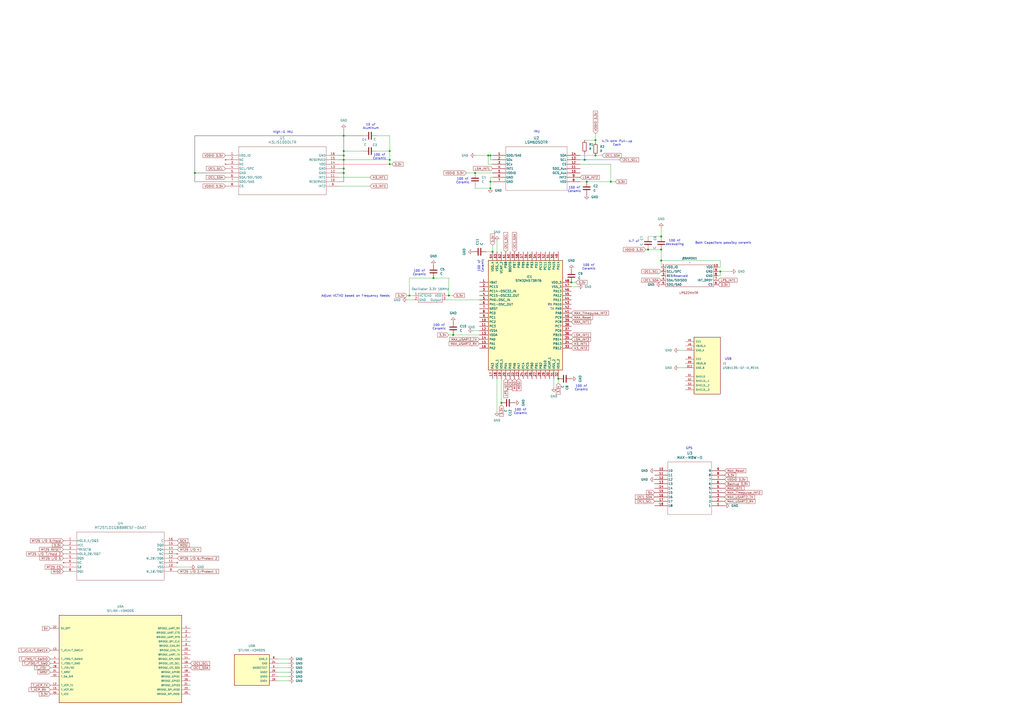
<source format=kicad_sch>
(kicad_sch (version 20250114) (generator "eeschema") (generator_version "9.0")
  (paper "A2")
  (lib_symbols
    (symbol "Device:C" (pin_numbers (hide yes)) (pin_names (offset 0.254))
      (property "Reference" "C" (at 0.635 2.54 0))
      (property "Value" "C" (at 0.635 -2.54 0))
      (symbol "C_0_1"
        (polyline (pts (xy -2.032 0.762) (xy 2.032 0.762)) (stroke (width 0.508)))
        (polyline (pts (xy -2.032 -0.762) (xy 2.032 -0.762)) (stroke (width 0.508)))
      )
      (symbol "C_1_1"
        (pin passive line (at 0 3.81 270) (length 2.794) (name "~") (number "1"))
        (pin passive line (at 0 -3.81 90) (length 2.794) (name "~") (number "2"))
      )
    )
    (symbol "Device:R" (pin_numbers (hide yes)) (pin_names (offset 0))
      (property "Reference" "R" (at 2.032 0 90))
      (property "Value" "R" (at 0 0 90))
      (symbol "R_0_1"
        (rectangle (start -1.016 -2.54) (end 1.016 2.54) (stroke (width 0.254)))
      )
      (symbol "R_1_1"
        (pin passive line (at 0 3.81 270) (length 1.27) (name "~") (number "1"))
        (pin passive line (at 0 -3.81 90) (length 1.27) (name "~") (number "2"))
      )
    )
    (symbol "Rocket Club 2025 Parts Symbols_Including_Full_Stm32:BARO_LPS22HHTR" (power) (in_bom no) (on_board no)
      (property "Reference" "BARO" (at 9.398 2.032 0))
      (symbol "BARO_LPS22HHTR_0_1"
        (rectangle (start -3.81 -2.54) (end 24.13 -15.24))
      )
      (symbol "BARO_LPS22HHTR_1_1"
        (text "LPS22HHTR" (at 9.652 -18.796 0) (effects (font (size 1.27 1.27))))
        (pin input line (at -6.35 -3.81 0) (length 2.54) (name "VDD_IO") (number "1"))
        (pin input line (at -6.35 -6.35 0) (length 2.54) (name "SCL/SPC") (number "2"))
        (pin input line (at -6.35 -8.89 0) (length 2.54) (name "RES") (number "3"))
        (pin bidirectional line (at -6.35 -11.43 0) (length 2.54) (name "SDA/SDISDO") (number "4"))
        (pin bidirectional line (at -6.35 -13.97 0) (length 2.54) (name "SDO/SA0") (number "5"))
        (pin input line (at 26.67 -3.81 180) (length 2.54) (name "VDD") (number "10"))
        (pin input line (at 26.67 -6.35 180) (length 2.54) (name "GND") (number "9"))
        (pin input line (at 26.67 -8.89 180) (length 2.54) (name "GND") (number "8"))
        (pin output line (at 26.67 -11.43 180) (length 2.54) (name "INT_DRDY") (number "7"))
        (pin input line (at 26.67 -13.97 180) (length 2.54) (name "CS") (number "6"))
      )
    )
    (symbol "Rocket Club 2025 Parts Symbols_Including_Full_Stm32:H3LIS100DLTR" (pin_names (offset 0.254))
      (property "Reference" "U" (at 33.02 10.16 0))
      (property "Value" "H3LIS100DLTR" (at 33.02 7.62 0))
      (symbol "H3LIS100DLTR_0_1"
        (polyline (pts (xy 7.62 5.08) (xy 7.62 -22.86)) (stroke (width 0.127)))
        (polyline (pts (xy 7.62 -22.86) (xy 58.42 -22.86)) (stroke (width 0.127)))
        (polyline (pts (xy 58.42 5.08) (xy 7.62 5.08)) (stroke (width 0.127)))
        (polyline (pts (xy 58.42 -22.86) (xy 58.42 5.08)) (stroke (width 0.127)))
        (pin power_in line (at 0 0 0) (length 7.62) (name "VDD_IO") (number "1"))
        (pin no_connect line (at 0 -2.54 0) (length 7.62) (name "NC") (number "2"))
        (pin no_connect line (at 0 -5.08 0) (length 7.62) (name "NC") (number "3"))
        (pin bidirectional line (at 0 -7.62 0) (length 7.62) (name "SCL/SPC") (number "4"))
        (pin power_in line (at 0 -10.16 0) (length 7.62) (name "GND") (number "5"))
        (pin bidirectional line (at 0 -12.7 0) (length 7.62) (name "SDA/SDI/SDO") (number "6"))
        (pin bidirectional line (at 0 -15.24 0) (length 7.62) (name "SDO/SA0") (number "7"))
        (pin bidirectional line (at 0 -17.78 0) (length 7.62) (name "CS") (number "8"))
        (pin power_in line (at 66.04 0 180) (length 7.62) (name "GND") (number "16"))
        (pin unspecified line (at 66.04 -2.54 180) (length 7.62) (name "RESERVED") (number "15"))
        (pin power_in line (at 66.04 -5.08 180) (length 7.62) (name "VDD") (number "14"))
        (pin power_in line (at 66.04 -7.62 180) (length 7.62) (name "GND") (number "13"))
        (pin power_in line (at 66.04 -10.16 180) (length 7.62) (name "GND") (number "12"))
        (pin bidirectional line (at 66.04 -12.7 180) (length 7.62) (name "INT1") (number "11"))
        (pin unspecified line (at 66.04 -15.24 180) (length 7.62) (name "RESERVED") (number "10"))
        (pin bidirectional line (at 66.04 -17.78 180) (length 7.62) (name "INT2") (number "9"))
      )
    )
    (symbol "Rocket Club 2025 Parts Symbols_Including_Full_Stm32:LSM6DSOTR" (pin_names (offset 0.254))
      (property "Reference" "U" (at 25.4 10.16 0))
      (property "Value" "LSM6DSOTR" (at 25.4 7.62 0))
      (symbol "LSM6DSOTR_0_1"
        (polyline (pts (xy 7.62 5.08) (xy 7.62 -20.32)) (stroke (width 0.127)))
        (polyline (pts (xy 7.62 -20.32) (xy 43.18 -20.32)) (stroke (width 0.127)))
        (polyline (pts (xy 43.18 5.08) (xy 7.62 5.08)) (stroke (width 0.127)))
        (polyline (pts (xy 43.18 -20.32) (xy 43.18 5.08)) (stroke (width 0.127)))
        (pin bidirectional line (at 0 0 0) (length 7.62) (name "SDO/SA0") (number "1"))
        (pin bidirectional line (at 0 -2.54 0) (length 7.62) (name "SDx") (number "2"))
        (pin bidirectional line (at 0 -5.08 0) (length 7.62) (name "SCx") (number "3"))
        (pin output line (at 0 -7.62 0) (length 7.62) (name "INT1") (number "4"))
        (pin power_in line (at 0 -10.16 0) (length 7.62) (name "VDDIO") (number "5"))
        (pin power_out line (at 0 -12.7 0) (length 7.62) (name "GND") (number "6"))
        (pin power_out line (at 0 -15.24 0) (length 7.62) (name "GND") (number "7"))
        (pin bidirectional line (at 50.8 0 180) (length 7.62) (name "SDA") (number "14"))
        (pin input line (at 50.8 -2.54 180) (length 7.62) (name "SCL") (number "13"))
        (pin input line (at 50.8 -5.08 180) (length 7.62) (name "CS") (number "12"))
        (pin bidirectional line (at 50.8 -7.62 180) (length 7.62) (name "SDO_Aux") (number "11"))
        (pin bidirectional line (at 50.8 -10.16 180) (length 7.62) (name "OCS_Aux") (number "10"))
        (pin output line (at 50.8 -12.7 180) (length 7.62) (name "INT2") (number "9"))
        (pin power_in line (at 50.8 -15.24 180) (length 7.62) (name "VDD") (number "8"))
      )
    )
    (symbol "Rocket Club 2025 Parts Symbols_Including_Full_Stm32:MAX-M8W-0" (pin_names (offset 0.254))
      (property "Reference" "U" (at 20.32 10.16 0))
      (property "Value" "MAX-M8W-0" (at 20.32 7.62 0))
      (symbol "MAX-M8W-0_0_1"
        (polyline (pts (xy 7.62 5.08) (xy 7.62 -25.4)) (stroke (width 0.127)))
        (polyline (pts (xy 7.62 -25.4) (xy 33.02 -25.4)) (stroke (width 0.127)))
        (polyline (pts (xy 33.02 5.08) (xy 7.62 5.08)) (stroke (width 0.127)))
        (polyline (pts (xy 33.02 -25.4) (xy 33.02 5.08)) (stroke (width 0.127)))
        (pin unspecified line (at 0 0 0) (length 7.62) (name "1") (number "1"))
        (pin unspecified line (at 0 -2.54 0) (length 7.62) (name "2") (number "2"))
        (pin unspecified line (at 0 -5.08 0) (length 7.62) (name "3") (number "3"))
        (pin unspecified line (at 0 -7.62 0) (length 7.62) (name "4") (number "4"))
        (pin unspecified line (at 0 -10.16 0) (length 7.62) (name "5") (number "5"))
        (pin unspecified line (at 0 -12.7 0) (length 7.62) (name "6") (number "6"))
        (pin unspecified line (at 0 -15.24 0) (length 7.62) (name "7") (number "7"))
        (pin unspecified line (at 0 -17.78 0) (length 7.62) (name "8") (number "8"))
        (pin unspecified line (at 0 -20.32 0) (length 7.62) (name "9") (number "9"))
        (pin unspecified line (at 40.64 0 180) (length 7.62) (name "18") (number "18"))
        (pin unspecified line (at 40.64 -2.54 180) (length 7.62) (name "17") (number "17"))
        (pin unspecified line (at 40.64 -5.08 180) (length 7.62) (name "16") (number "16"))
        (pin unspecified line (at 40.64 -7.62 180) (length 7.62) (name "15") (number "15"))
        (pin unspecified line (at 40.64 -10.16 180) (length 7.62) (name "14") (number "14"))
        (pin unspecified line (at 40.64 -12.7 180) (length 7.62) (name "13") (number "13"))
        (pin unspecified line (at 40.64 -15.24 180) (length 7.62) (name "12") (number "12"))
        (pin unspecified line (at 40.64 -17.78 180) (length 7.62) (name "11") (number "11"))
        (pin unspecified line (at 40.64 -20.32 180) (length 7.62) (name "10") (number "10"))
      )
    )
    (symbol "Rocket Club 2025 Parts Symbols_Including_Full_Stm32:MT25TL01GBBB8ESF-0AAT" (pin_names (offset 0.254))
      (property "Reference" "U" (at 33.02 10.16 0))
      (property "Value" "MT25TL01GBBB8ESF-0AAT" (at 33.02 7.62 0))
      (symbol "MT25TL01GBBB8ESF-0AAT_0_1"
        (polyline (pts (xy 7.62 5.08) (xy 7.62 -22.86)) (stroke (width 0.127)))
        (polyline (pts (xy 7.62 -22.86) (xy 58.42 -22.86)) (stroke (width 0.127)))
        (polyline (pts (xy 58.42 5.08) (xy 7.62 5.08)) (stroke (width 0.127)))
        (polyline (pts (xy 58.42 -22.86) (xy 58.42 5.08)) (stroke (width 0.127)))
        (pin bidirectional line (at 0 0 0) (length 7.62) (name "HOLD_1/DQ3") (number "1"))
        (pin power_in line (at 0 -2.54 0) (length 7.62) (name "VCC") (number "2"))
        (pin input line (at 0 -5.08 0) (length 7.62) (name "*RESET#") (number "3"))
        (pin bidirectional line (at 0 -7.62 0) (length 7.62) (name "HOLD_2#/DQ7") (number "4"))
        (pin bidirectional line (at 0 -10.16 0) (length 7.62) (name "DQ5") (number "5"))
        (pin no_connect line (at 0 -12.7 0) (length 7.62) (name "NC") (number "6"))
        (pin input line (at 0 -15.24 0) (length 7.62) (name "S#") (number "7"))
        (pin bidirectional line (at 0 -17.78 0) (length 7.62) (name "DQ1") (number "8"))
        (pin input line (at 66.04 0 180) (length 7.62) (name "C") (number "16"))
        (pin bidirectional line (at 66.04 -2.54 180) (length 7.62) (name "DQ0") (number "15"))
        (pin bidirectional line (at 66.04 -5.08 180) (length 7.62) (name "DQ4") (number "14"))
        (pin no_connect line (at 66.04 -7.62 180) (length 7.62) (name "NC") (number "13"))
        (pin bidirectional line (at 66.04 -10.16 180) (length 7.62) (name "W_2#/DQ6") (number "12"))
        (pin no_connect line (at 66.04 -12.7 180) (length 7.62) (name "NC") (number "11"))
        (pin power_out line (at 66.04 -15.24 180) (length 7.62) (name "VSS") (number "10"))
        (pin bidirectional line (at 66.04 -17.78 180) (length 7.62) (name "W_1#/DQ2") (number "9"))
      )
    )
    (symbol "Rocket Club 2025 Parts Symbols_Including_Full_Stm32:Oscillator_TXETDDSANF-16Mhz"
      (property "Reference" "Oscillator 3.3V 16MHz" (at 3.302 -3.556 0))
      (property "Value" "Oscillator 3.3V 16MHz" (at 3.302 -3.556 0))
      (symbol "Oscillator_TXETDDSANF-16Mhz_0_1"
        (rectangle (start -1.27 6.35) (end 12.7 1.27))
      )
      (symbol "Oscillator_TXETDDSANF-16Mhz_1_1"
        (pin input line (at -3.81 5.08 0) (length 2.54) (name "VCTCXO") (number "1"))
        (pin input line (at -3.81 2.54 0) (length 2.54) (name "GND") (number "2"))
        (pin input line (at 15.24 5.08 180) (length 2.54) (name "VDD") (number "4"))
        (pin output line (at 15.24 2.54 180) (length 2.54) (name "Output") (number "3"))
      )
    )
    (symbol "Rocket Club 2025 Parts Symbols_Including_Full_Stm32:STLINK-V3MODS" (pin_names (offset 1.016))
      (property "Reference" "U" (at -35.56 26.162 0))
      (property "Value" "STLINK-V3MODS" (at -35.56 -27.94 0))
      (symbol "STLINK-V3MODS_1_0"
        (rectangle (start -35.56 -25.4) (end 35.56 25.4) (stroke (width 0.254)) (fill (type background)))
        (pin passive line (at -40.64 17.78 0) (length 5.08) (name "5V_OPT") (number "22"))
        (pin passive line (at -40.64 5.08 0) (length 5.08) (name "T_JCLK/T_SWCLK") (number "13"))
        (pin passive line (at -40.64 0 0) (length 5.08) (name "T_JTMS/T_SWDIO") (number "4"))
        (pin passive line (at -40.64 -2.54 0) (length 5.08) (name "T_JTDO/T_SWO") (number "6"))
        (pin passive line (at -40.64 -5.08 0) (length 5.08) (name "T_JTDI/NC") (number "28"))
        (pin passive line (at -40.64 -7.62 0) (length 5.08) (name "T_NRST") (number "31"))
        (pin passive line (at -40.64 -10.16 0) (length 5.08) (name "T_SW_DIR") (number "32"))
        (pin passive line (at -40.64 -15.24 0) (length 5.08) (name "T_VCP_TX") (number "12"))
        (pin passive line (at -40.64 -17.78 0) (length 5.08) (name "T_VCP_RX") (number "15"))
        (pin passive line (at -40.64 -20.32 0) (length 5.08) (name "T_VCC") (number "30"))
        (pin passive line (at 40.64 17.78 180) (length 5.08) (name "BRIDGE_UART_RX") (number "1"))
        (pin passive line (at 40.64 15.24 180) (length 5.08) (name "BRIDGE_UART_CTS") (number "2"))
        (pin passive line (at 40.64 12.7 180) (length 5.08) (name "BRIDGE_UART_RTS") (number "3"))
        (pin passive line (at 40.64 10.16 180) (length 5.08) (name "BRIDGE_SPI_CLK") (number "7"))
        (pin passive line (at 40.64 7.62 180) (length 5.08) (name "BRIDGE_CAN_RX") (number "9"))
        (pin passive line (at 40.64 5.08 180) (length 5.08) (name "BRIDGE_CAN_TX") (number "10"))
        (pin passive line (at 40.64 2.54 180) (length 5.08) (name "BRIDGE_UART_TX") (number "11"))
        (pin passive line (at 40.64 0 180) (length 5.08) (name "BRIDGE_SPI_NSS") (number "14"))
        (pin bidirectional line (at 40.64 -2.54 180) (length 5.08) (name "BRIDGE_I2C_SCL") (number "16"))
        (pin bidirectional line (at 40.64 -5.08 180) (length 5.08) (name "BRIDGE_I2C_SDA") (number "17"))
        (pin bidirectional line (at 40.64 -7.62 180) (length 5.08) (name "BRIDGE_GPIO0") (number "18"))
        (pin bidirectional line (at 40.64 -10.16 180) (length 5.08) (name "BRIDGE_GPIO1") (number "19"))
        (pin bidirectional line (at 40.64 -12.7 180) (length 5.08) (name "BRIDGE_GPIO2") (number "20"))
        (pin bidirectional line (at 40.64 -15.24 180) (length 5.08) (name "BRIDGE_GPIO3") (number "21"))
        (pin passive line (at 40.64 -17.78 180) (length 5.08) (name "BRIDGE_SPI_MISO") (number "23"))
        (pin passive line (at 40.64 -20.32 180) (length 5.08) (name "BRIDGE_SPI_MOSI") (number "25"))
      )
      (symbol "STLINK-V3MODS_2_0"
        (rectangle (start -10.16 -10.16) (end 10.16 7.62) (stroke (width 0.254)) (fill (type background)))
        (pin power_in line (at 15.24 5.08 180) (length 5.08) (name "GND_2") (number "8"))
        (pin power_in line (at 15.24 2.54 180) (length 5.08) (name "GND") (number "24"))
        (pin power_in line (at 15.24 0 180) (length 5.08) (name "GNDDETECT") (number "5"))
        (pin power_in line (at 15.24 -2.54 180) (length 5.08) (name "GND2") (number "26"))
        (pin power_in line (at 15.24 -5.08 180) (length 5.08) (name "GND3") (number "27"))
        (pin power_in line (at 15.24 -7.62 180) (length 5.08) (name "GND4") (number "29"))
      )
    )
    (symbol "Rocket Club 2025 Parts Symbols_Including_Full_Stm32:STM32H573RIT6"
      (property "Reference" "IC" (at 49.53 17.78 0))
      (property "Value" "STM32H573RIT6" (at 49.53 15.24 0))
      (symbol "STM32H573RIT6_1_1"
        (rectangle (start 5.08 12.7) (end 48.26 -50.8) (stroke (width 0.254)) (fill (type background)))
        (pin passive line (at 0 0 0) (length 5.08) (name "VBAT") (number "1"))
        (pin passive line (at 0 -2.54 0) (length 5.08) (name "PC13") (number "2"))
        (pin passive line (at 0 -5.08 0) (length 5.08) (name "PC14-OSC32_IN") (number "3"))
        (pin passive line (at 0 -7.62 0) (length 5.08) (name "PC15-OSC32_OUT") (number "4"))
        (pin passive line (at 0 -10.16 0) (length 5.08) (name "PH0-OSC_IN") (number "5"))
        (pin passive line (at 0 -12.7 0) (length 5.08) (name "PH1-OSC_OUT") (number "6"))
        (pin passive line (at 0 -15.24 0) (length 5.08) (name "NRST") (number "7"))
        (pin passive line (at 0 -17.78 0) (length 5.08) (name "PC0") (number "8"))
        (pin passive line (at 0 -20.32 0) (length 5.08) (name "PC1") (number "9"))
        (pin passive line (at 0 -22.86 0) (length 5.08) (name "PC2") (number "10"))
        (pin passive line (at 0 -25.4 0) (length 5.08) (name "PC3") (number "11"))
        (pin passive line (at 0 -27.94 0) (length 5.08) (name "VSSA") (number "12"))
        (pin passive line (at 0 -30.48 0) (length 5.08) (name "VDDA") (number "13"))
        (pin passive line (at 0 -33.02 0) (length 5.08) (name "PA0") (number "14"))
        (pin passive line (at 0 -35.56 0) (length 5.08) (name "PA1") (number "15"))
        (pin passive line (at 0 -38.1 0) (length 5.08) (name "PA2") (number "16"))
        (pin passive line (at 7.62 17.78 270) (length 5.08) (name "VDD_4") (number "64"))
        (pin passive line (at 7.62 -55.88 90) (length 5.08) (name "PA3") (number "17"))
        (pin passive line (at 10.16 17.78 270) (length 5.08) (name "VSS_4") (number "63"))
        (pin passive line (at 10.16 -55.88 90) (length 5.08) (name "VSS_1") (number "18"))
        (pin passive line (at 12.7 17.78 270) (length 5.08) (name "VCAP_2") (number "62"))
        (pin passive line (at 12.7 -55.88 90) (length 5.08) (name "VDD_1") (number "19"))
        (pin passive line (at 15.24 17.78 270) (length 5.08) (name "PB8") (number "61"))
        (pin passive line (at 15.24 -55.88 90) (length 5.08) (name "PA4") (number "20"))
        (pin passive line (at 17.78 17.78 270) (length 5.08) (name "BOOT0") (number "60"))
        (pin passive line (at 17.78 -55.88 90) (length 5.08) (name "PA5") (number "21"))
        (pin passive line (at 20.32 17.78 270) (length 5.08) (name "PB7") (number "59"))
        (pin passive line (at 20.32 -55.88 90) (length 5.08) (name "PA6") (number "22"))
        (pin passive line (at 22.86 17.78 270) (length 5.08) (name "PB6") (number "58"))
        (pin passive line (at 22.86 -55.88 90) (length 5.08) (name "PA7") (number "23"))
        (pin passive line (at 25.4 17.78 270) (length 5.08) (name "PB5") (number "57"))
        (pin passive line (at 25.4 -55.88 90) (length 5.08) (name "PC4") (number "24"))
        (pin passive line (at 27.94 17.78 270) (length 5.08) (name "PB4") (number "56"))
        (pin passive line (at 27.94 -55.88 90) (length 5.08) (name "PC5") (number "25"))
        (pin passive line (at 30.48 17.78 270) (length 5.08) (name "PB3") (number "55"))
        (pin passive line (at 30.48 -55.88 90) (length 5.08) (name "PB0") (number "26"))
        (pin passive line (at 33.02 17.78 270) (length 5.08) (name "PD2") (number "54"))
        (pin passive line (at 33.02 -55.88 90) (length 5.08) (name "PB1") (number "27"))
        (pin passive line (at 35.56 17.78 270) (length 5.08) (name "PC12") (number "53"))
        (pin passive line (at 35.56 -55.88 90) (length 5.08) (name "PB2") (number "28"))
        (pin passive line (at 38.1 17.78 270) (length 5.08) (name "PC11") (number "52"))
        (pin passive line (at 38.1 -55.88 90) (length 5.08) (name "PB10") (number "29"))
        (pin passive line (at 40.64 17.78 270) (length 5.08) (name "PC10") (number "51"))
        (pin passive line (at 40.64 -55.88 90) (length 5.08) (name "VCAP_1") (number "30"))
        (pin passive line (at 43.18 17.78 270) (length 5.08) (name "PA15") (number "50"))
        (pin passive line (at 43.18 -55.88 90) (length 5.08) (name "VSS_2") (number "31"))
        (pin passive line (at 45.72 17.78 270) (length 5.08) (name "PA14") (number "49"))
        (pin passive line (at 45.72 -55.88 90) (length 5.08) (name "VDD_2") (number "32"))
        (pin passive line (at 53.34 0 180) (length 5.08) (name "VDD_3") (number "48"))
        (pin passive line (at 53.34 -2.54 180) (length 5.08) (name "VSS_3") (number "47"))
        (pin passive line (at 53.34 -5.08 180) (length 5.08) (name "PA13") (number "46"))
        (pin passive line (at 53.34 -7.62 180) (length 5.08) (name "PA12") (number "45"))
        (pin passive line (at 53.34 -10.16 180) (length 5.08) (name "PA11") (number "44"))
        (pin passive line (at 53.34 -12.7 180) (length 5.08) (name "PA10") (number "43"))
        (pin passive line (at 53.34 -15.24 180) (length 5.08) (name "PA9") (number "42"))
        (pin passive line (at 53.34 -17.78 180) (length 5.08) (name "PA8") (number "41"))
        (pin passive line (at 53.34 -20.32 180) (length 5.08) (name "PC9") (number "40"))
        (pin passive line (at 53.34 -22.86 180) (length 5.08) (name "PC8") (number "39"))
        (pin passive line (at 53.34 -25.4 180) (length 5.08) (name "PC7") (number "38"))
        (pin passive line (at 53.34 -27.94 180) (length 5.08) (name "PC6") (number "37"))
        (pin passive line (at 53.34 -30.48 180) (length 5.08) (name "PB15") (number "36"))
        (pin passive line (at 53.34 -33.02 180) (length 5.08) (name "PB14") (number "35"))
        (pin passive line (at 53.34 -35.56 180) (length 5.08) (name "PB13") (number "34"))
        (pin passive line (at 53.34 -38.1 180) (length 5.08) (name "PB12") (number "33"))
      )
    )
    (symbol "Rocket Club 2025 Parts Symbols_Including_Full_Stm32:USB4135-GF-A_REVA" (pin_names (offset 1.016))
      (property "Reference" "J" (at -7.62 13.462 0))
      (property "Value" "USB4135-GF-A_REVA" (at -7.62 -21.082 0))
      (symbol "USB4135-GF-A_REVA_0_0"
        (rectangle (start -7.62 -20.32) (end 7.62 12.7) (stroke (width 0.254)) (fill (type background)))
        (pin bidirectional line (at -12.7 10.16 0) (length 5.08) (name "CC1") (number "A5"))
        (pin power_in line (at -12.7 7.62 0) (length 5.08) (name "VBUS_A") (number "A9"))
        (pin power_in line (at -12.7 5.08 0) (length 5.08) (name "GND_A") (number "A12"))
        (pin bidirectional line (at -12.7 0 0) (length 5.08) (name "CC2") (number "B5"))
        (pin power_in line (at -12.7 -2.54 0) (length 5.08) (name "VBUS_B") (number "B9"))
        (pin power_in line (at -12.7 -5.08 0) (length 5.08) (name "GND_B") (number "B12"))
        (pin passive line (at -12.7 -10.16 0) (length 5.08) (name "SHIELD") (number "S1"))
        (pin passive line (at -12.7 -12.7 0) (length 5.08) (name "SHIELD__1") (number "S2"))
        (pin passive line (at -12.7 -15.24 0) (length 5.08) (name "SHIELD__2") (number "S3"))
        (pin passive line (at -12.7 -17.78 0) (length 5.08) (name "SHIELD__3") (number "S4"))
      )
    )
    (symbol "power:GND" (power) (pin_numbers (hide yes)) (pin_names (offset 0) (hide yes))
      (property "Value" "GND" (at 0 -3.81 0))
      (symbol "GND_0_1"
        (polyline (pts (xy 0 0) (xy 0 -1.27) (xy 1.27 -1.27) (xy 0 -2.54) (xy -1.27 -1.27) (xy 0 -1.27)))
      )
      (symbol "GND_1_1"
        (pin power_in line (at 0 0 270) (length 0) (name "~") (number "1"))
      )
    )
  )
  (text "Both Capacitors possibly ceramic" (at 419.608 140.97 0) (effects (font (size 1.27 1.27))))
  (text "Reserved" (at 394.716 160.274 0) (effects (font (size 1.27 1.27))))
  (text "100 nF\nCeramic\n" (at 243.332 158.242 0) (effects (font (size 1.27 1.27))))
  (text "High-G IMU" (at 164.084 76.708 0) (effects (font (size 1.27 1.27))))
  (text "IMU" (at 311.404 76.454 0) (effects (font (size 1.27 1.27))))
  (text "4.7 uF\n\n" (at 367.792 140.97 0) (effects (font (size 1.27 1.27))))
  (text "4.7k ohm Pull-up\nEach\n" (at 357.886 83.058 0) (effects (font (size 1.27 1.27))))
  (text "100 nF\nCeramic\n" (at 333.248 109.982 0) (effects (font (size 1.27 1.27))))
  (text "TX" (at 320.294 179.324 0) (effects (font (size 1.27 1.27))))
  (text "USB\n" (at 422.402 208.28 0) (effects (font (size 1.27 1.27))))
  (text "GPS\n" (at 399.796 260.096 0) (effects (font (size 1.27 1.27))))
  (text "100 nF\ndecoupling\n" (at 391.414 140.716 0) (effects (font (size 1.27 1.27))))
  (text "100 nF\nCeramic\n" (at 341.63 154.94 0) (effects (font (size 1.27 1.27))))
  (text "100 nF\nCeramic\n" (at 337.312 225.044 0) (effects (font (size 1.27 1.27))))
  (text "10 uF\nAluminum\n\n" (at 215.138 74.422 0) (effects (font (size 1.27 1.27))))
  (text "100 nF\nCeramic\n" (at 278.892 154.178 90) (effects (font (size 1.27 1.27))))
  (text "Adjust VCTXO based on Frequency Needs\n" (at 206.248 171.704 0) (effects (font (size 1.27 1.27))))
  (text "100 nF\nCeramic\n" (at 254.762 189.738 0) (effects (font (size 1.27 1.27))))
  (text "100 nF\nCeramic\n" (at 302.006 238.76 0) (effects (font (size 1.27 1.27))))
  (text "RX" (at 319.024 176.784 0) (effects (font (size 1.27 1.27))))
  (text "100 nF\nCeramic\n" (at 220.218 90.932 0) (effects (font (size 1.27 1.27))))
  (text "100 nF\nCeramic\n" (at 268.478 104.902 0) (effects (font (size 1.27 1.27))))
  (junction (at 345.44 81.28))
  (junction (at 199.39 92.71))
  (junction (at 345.44 90.17))
  (junction (at 226.06 87.63))
  (junction (at 383.54 151.13))
  (junction (at 383.54 144.78))
  (junction (at 199.39 87.63))
  (junction (at 283.21 90.17))
  (junction (at 340.36 105.41))
  (junction (at 275.59 100.33))
  (junction (at 199.39 97.79))
  (junction (at 323.85 219.71))
  (junction (at 260.35 171.45))
  (junction (at 339.09 92.71))
  (junction (at 226.06 92.71))
  (junction (at 237.49 171.45))
  (junction (at 375.92 144.78))
  (junction (at 284.48 90.17))
  (junction (at 199.39 100.33))
  (junction (at 226.06 95.25))
  (junction (at 383.54 137.16))
  (junction (at 199.39 90.17))
  (junction (at 354.33 105.41))
  (junction (at 290.83 233.68))
  (junction (at 251.46 161.29))
  (junction (at 285.75 146.05))
  (junction (at 262.89 194.31))
  (junction (at 417.83 157.48))
  (junction (at 113.03 100.33))
  (junction (at 284.48 105.41))
  (junction (at 199.39 78.74))
  (junction (at 284.48 109.22))
  (junction (at 331.47 163.83))
  (wire (pts (xy 283.21 90.17) (xy 284.48 90.17)))
  (wire (pts (xy 417.83 151.13) (xy 417.83 154.94)))
  (wire (pts (xy 227.33 95.25) (xy 226.06 95.25)))
  (wire (pts (xy 260.35 194.31) (xy 262.89 194.31)))
  (wire (pts (xy 196.85 97.79) (xy 199.39 97.79)) (stroke (width 0) (color 14 0 0 1)))
  (wire (pts (xy 199.39 92.71) (xy 226.06 92.71)))
  (wire (pts (xy 260.35 161.29) (xy 260.35 171.45)))
  (wire (pts (xy 393.7 203.2) (xy 397.51 203.2)))
  (wire (pts (xy 354.33 105.41) (xy 340.36 105.41)))
  (wire (pts (xy 339.09 81.28) (xy 345.44 81.28)))
  (wire (pts (xy 345.44 77.47) (xy 345.44 81.28)))
  (wire (pts (xy 275.59 90.17) (xy 283.21 90.17)))
  (wire (pts (xy 259.08 173.99) (xy 278.13 173.99)))
  (wire (pts (xy 167.64 389.89) (xy 161.29 389.89)))
  (wire (pts (xy 340.36 92.71) (xy 339.09 92.71)) (stroke (width 0) (color 52 41 255 1)))
  (wire (pts (xy 323.85 222.25) (xy 323.85 219.71)))
  (wire (pts (xy 285.75 92.71) (xy 284.48 92.71)))
  (wire (pts (xy 196.85 90.17) (xy 199.39 90.17)) (stroke (width 0) (color 14 0 0 1)))
  (wire (pts (xy 275.59 109.22) (xy 284.48 109.22)))
  (wire (pts (xy 336.55 95.25) (xy 354.33 95.25)))
  (wire (pts (xy 167.64 392.43) (xy 161.29 392.43)))
  (wire (pts (xy 417.83 154.94) (xy 416.56 154.94)))
  (wire (pts (xy 393.7 213.36) (xy 397.51 213.36)))
  (wire (pts (xy 383.54 151.13) (xy 417.83 151.13)))
  (wire (pts (xy 262.89 171.45) (xy 260.35 171.45)))
  (wire (pts (xy 284.48 90.17) (xy 285.75 90.17)))
  (wire (pts (xy 218.44 87.63) (xy 226.06 87.63)))
  (wire (pts (xy 284.48 90.17) (xy 284.48 92.71)))
  (wire (pts (xy 199.39 87.63) (xy 199.39 90.17)) (stroke (width 0) (color 14 0 0 1)))
  (wire (pts (xy 356.87 105.41) (xy 354.33 105.41)))
  (wire (pts (xy 284.48 105.41) (xy 285.75 105.41)))
  (wire (pts (xy 251.46 161.29) (xy 237.49 161.29)))
  (wire (pts (xy 237.49 161.29) (xy 237.49 171.45)))
  (wire (pts (xy 285.75 95.25) (xy 283.21 95.25)))
  (wire (pts (xy 167.64 384.81) (xy 161.29 384.81)))
  (wire (pts (xy 340.36 105.41) (xy 336.55 105.41)))
  (wire (pts (xy 237.49 171.45) (xy 240.03 171.45)))
  (wire (pts (xy 199.39 97.79) (xy 199.39 100.33)) (stroke (width 0) (color 14 0 0 1)))
  (wire (pts (xy 199.39 78.74) (xy 210.82 78.74)) (stroke (width 0) (color 14 0 0 1)))
  (wire (pts (xy 236.22 173.99) (xy 240.03 173.99)))
  (wire (pts (xy 214.63 102.87) (xy 196.85 102.87)))
  (wire (pts (xy 226.06 92.71) (xy 226.06 95.25)))
  (wire (pts (xy 274.32 191.77) (xy 278.13 191.77)))
  (wire (pts (xy 199.39 100.33) (xy 199.39 105.41)) (stroke (width 0) (color 14 0 0 1)))
  (wire (pts (xy 113.03 105.41) (xy 113.03 100.33)) (stroke (width 0) (color 14 0 0 1)))
  (wire (pts (xy 251.46 161.29) (xy 260.35 161.29)))
  (wire (pts (xy 284.48 105.41) (xy 284.48 109.22)))
  (wire (pts (xy 321.31 224.79) (xy 321.31 219.71)))
  (wire (pts (xy 167.64 394.97) (xy 161.29 394.97)))
  (wire (pts (xy 285.75 102.87) (xy 284.48 102.87)))
  (wire (pts (xy 288.29 139.7) (xy 288.29 146.05)))
  (wire (pts (xy 262.89 194.31) (xy 278.13 194.31)))
  (wire (pts (xy 199.39 87.63) (xy 210.82 87.63)))
  (wire (pts (xy 290.83 233.68) (xy 290.83 219.71)))
  (wire (pts (xy 214.63 107.95) (xy 196.85 107.95)))
  (wire (pts (xy 339.09 92.71) (xy 336.55 92.71)) (stroke (width 0) (color 52 41 255 1)))
  (wire (pts (xy 199.39 78.74) (xy 199.39 87.63)) (stroke (width 0) (color 14 0 0 1)))
  (wire (pts (xy 110.49 328.93) (xy 102.87 328.93)))
  (wire (pts (xy 416.56 160.02) (xy 417.83 160.02)))
  (wire (pts (xy 199.39 90.17) (xy 199.39 92.71)) (stroke (width 0) (color 14 0 0 1)))
  (wire (pts (xy 339.09 88.9) (xy 339.09 92.71)) (stroke (width 0) (color 45 14 255 1)))
  (wire (pts (xy 270.51 100.33) (xy 275.59 100.33)))
  (wire (pts (xy 226.06 87.63) (xy 226.06 92.71)))
  (wire (pts (xy 335.28 166.37) (xy 331.47 166.37)))
  (wire (pts (xy 345.44 81.28) (xy 345.44 82.55)))
  (wire (pts (xy 236.22 171.45) (xy 237.49 171.45)))
  (wire (pts (xy 226.06 78.74) (xy 226.06 87.63)))
  (wire (pts (xy 417.83 160.02) (xy 417.83 157.48)))
  (wire (pts (xy 167.64 387.35) (xy 161.29 387.35)))
  (wire (pts (xy 260.35 171.45) (xy 259.08 171.45)))
  (wire (pts (xy 417.83 157.48) (xy 416.56 157.48)))
  (wire (pts (xy 375.92 144.78) (xy 383.54 144.78)))
  (wire (pts (xy 218.44 78.74) (xy 226.06 78.74)))
  (wire (pts (xy 199.39 105.41) (xy 196.85 105.41)) (stroke (width 0) (color 14 0 0 1)))
  (wire (pts (xy 113.03 105.41) (xy 130.81 105.41)) (stroke (width 0) (color 14 0 0 1)))
  (wire (pts (xy 283.21 90.17) (xy 283.21 95.25)))
  (wire (pts (xy 349.25 90.17) (xy 345.44 90.17)) (stroke (width 0) (color 255 52 90 1)))
  (wire (pts (xy 290.83 234.95) (xy 290.83 233.68)))
  (wire (pts (xy 424.18 157.48) (xy 417.83 157.48)))
  (wire (pts (xy 285.75 142.24) (xy 285.75 146.05)))
  (wire (pts (xy 275.59 100.33) (xy 285.75 100.33)))
  (wire (pts (xy 383.54 144.78) (xy 383.54 151.13)))
  (wire (pts (xy 339.09 92.71) (xy 340.36 92.71)) (stroke (width 0) (color 45 14 255 1)))
  (wire (pts (xy 199.39 92.71) (xy 199.39 97.79)) (stroke (width 0) (color 14 0 0 1)))
  (wire (pts (xy 288.29 238.76) (xy 288.29 219.71)))
  (wire (pts (xy 113.03 78.74) (xy 199.39 78.74)) (stroke (width 0) (color 14 0 0 1)))
  (wire (pts (xy 345.44 90.17) (xy 336.55 90.17)) (stroke (width 0) (color 255 42 66 1)))
  (wire (pts (xy 374.65 144.78) (xy 375.92 144.78)))
  (wire (pts (xy 383.54 151.13) (xy 383.54 154.94)))
  (wire (pts (xy 113.03 100.33) (xy 130.81 100.33)) (stroke (width 0) (color 14 0 0 1)))
  (wire (pts (xy 113.03 100.33) (xy 113.03 78.74)) (stroke (width 0) (color 14 0 0 1)))
  (wire (pts (xy 334.01 163.83) (xy 331.47 163.83)))
  (wire (pts (xy 196.85 100.33) (xy 199.39 100.33)) (stroke (width 0) (color 14 0 0 1)))
  (wire (pts (xy 383.54 132.08) (xy 383.54 137.16)))
  (wire (pts (xy 196.85 92.71) (xy 199.39 92.71)) (stroke (width 0) (color 16 0 0 1)))
  (wire (pts (xy 284.48 102.87) (xy 284.48 105.41)))
  (wire (pts (xy 275.59 109.22) (xy 275.59 107.95)))
  (wire (pts (xy 354.33 95.25) (xy 354.33 105.41)))
  (wire (pts (xy 359.41 92.71) (xy 340.36 92.71)) (stroke (width 0) (color 61 32 255 1)))
  (wire (pts (xy 281.94 146.05) (xy 285.75 146.05)))
  (wire (pts (xy 226.06 95.25) (xy 196.85 95.25)) (stroke (width 0) (color 255 29 37 1)))
  (wire (pts (xy 167.64 382.27) (xy 161.29 382.27)))
  (wire (pts (xy 375.92 137.16) (xy 383.54 137.16)))
  (wire (pts (xy 199.39 74.93) (xy 199.39 78.74)) (stroke (width 0) (color 13 0 0 1)))
  (global_label "T_VCP_TX" (shape input) (at 29.21 397.51 180) (property "Intersheetrefs" "${INTERSHEET_REFS}" (effects (hide yes))))
  (global_label "5V" (shape input) (at 29.21 364.49 180) (property "Intersheetrefs" "${INTERSHEET_REFS}" (effects (hide yes))))
  (global_label "MAX_Timepulse_INT2" (shape input) (at 331.47 181.61 0) (property "Intersheetrefs" "${INTERSHEET_REFS}" (effects (hide yes))))
  (global_label "MT25 RESET" (shape input) (at 36.83 318.77 180) (property "Intersheetrefs" "${INTERSHEET_REFS}" (effects (hide yes))))
  (global_label "MT25 I{slash}O 7{slash}Hold 2" (shape input) (at 36.83 321.31 180) (property "Intersheetrefs" "${INTERSHEET_REFS}" (effects (hide yes))))
  (global_label "VDDIO 3.3V" (shape input) (at 374.65 144.78 180) (property "Intersheetrefs" "${INTERSHEET_REFS}" (effects (hide yes))))
  (global_label "T_JTDO{slash}T_SWO" (shape input) (at 29.21 384.81 180) (property "Intersheetrefs" "${INTERSHEET_REFS}" (effects (hide yes))))
  (global_label "3.3V" (shape input) (at 260.35 194.31 180) (property "Intersheetrefs" "${INTERSHEET_REFS}" (effects (hide yes))))
  (global_label "3.3V" (shape input) (at 416.56 165.1 0) (property "Intersheetrefs" "${INTERSHEET_REFS}" (effects (hide yes))))
  (global_label "I2C1_SDA" (shape input) (at 383.54 162.56 180) (property "Intersheetrefs" "${INTERSHEET_REFS}" (effects (hide yes))))
  (global_label "I2C1_SDA" (shape input) (at 110.49 387.35 0) (property "Intersheetrefs" "${INTERSHEET_REFS}" (effects (hide yes))))
  (global_label "H3_INT1" (shape input) (at 214.63 102.87 0) (property "Intersheetrefs" "${INTERSHEET_REFS}" (effects (hide yes))))
  (global_label "MT25 CS" (shape input) (at 36.83 328.93 180) (property "Intersheetrefs" "${INTERSHEET_REFS}" (effects (hide yes))))
  (global_label "VDDIO 3.3V" (shape input) (at 130.81 90.17 180) (property "Intersheetrefs" "${INTERSHEET_REFS}" (effects (hide yes))))
  (global_label "MAX_INT1" (shape input) (at 331.47 186.69 0) (property "Intersheetrefs" "${INTERSHEET_REFS}" (effects (hide yes))))
  (global_label "MT25 I{slash}O 6{slash}Protect 2" (shape input) (at 102.87 323.85 0) (property "Intersheetrefs" "${INTERSHEET_REFS}" (effects (hide yes))))
  (global_label "I2C1_SCL" (shape input) (at 110.49 384.81 0) (property "Intersheetrefs" "${INTERSHEET_REFS}" (effects (hide yes))))
  (global_label "I2C1_SCL" (shape input) (at 379.73 290.83 180) (property "Intersheetrefs" "${INTERSHEET_REFS}" (effects (hide yes))))
  (global_label "3.3V" (shape input) (at 356.87 105.41 0) (property "Intersheetrefs" "${INTERSHEET_REFS}" (effects (hide yes))))
  (global_label "VDDIO 3.3V" (shape input) (at 420.37 278.13 0) (property "Intersheetrefs" "${INTERSHEET_REFS}" (effects (hide yes))))
  (global_label "T_VCP_RX " (shape input) (at 29.21 400.05 180) (property "Intersheetrefs" "${INTERSHEET_REFS}" (effects (hide yes))))
  (global_label "I2C1_SDA" (shape input) (at 379.73 288.29 180) (property "Intersheetrefs" "${INTERSHEET_REFS}" (effects (hide yes))))
  (global_label "T_JCLK{slash}T_SWCLK" (shape input) (at 29.21 377.19 180) (effects (font (italic yes))) (property "Intersheetrefs" "${INTERSHEET_REFS}" (effects (hide yes))))
  (global_label "3.3V" (shape input) (at 227.33 95.25 0) (property "Intersheetrefs" "${INTERSHEET_REFS}" (effects (hide yes))))
  (global_label "3.3V" (shape input) (at 420.37 275.59 0) (property "Intersheetrefs" "${INTERSHEET_REFS}" (effects (hide yes))))
  (global_label "5V" (shape input) (at 379.73 285.75 180) (property "Intersheetrefs" "${INTERSHEET_REFS}" (effects (hide yes))))
  (global_label "VDDIO 3.3V" (shape input) (at 270.51 100.33 180) (property "Intersheetrefs" "${INTERSHEET_REFS}" (effects (hide yes))))
  (global_label "H3_INT1" (shape input) (at 331.47 199.39 0) (property "Intersheetrefs" "${INTERSHEET_REFS}" (effects (hide yes))))
  (global_label "LSM_INT2" (shape input) (at 331.47 196.85 0) (property "Intersheetrefs" "${INTERSHEET_REFS}" (effects (hide yes))))
  (global_label "T_JTDI " (shape input) (at 29.21 387.35 180) (property "Intersheetrefs" "${INTERSHEET_REFS}" (effects (hide yes))))
  (global_label "I2C1_SCL" (shape input) (at 293.37 146.05 90) (property "Intersheetrefs" "${INTERSHEET_REFS}" (effects (hide yes))))
  (global_label "MT25 I{slash}O 2{slash}Protect 1" (shape input) (at 102.87 331.47 0) (property "Intersheetrefs" "${INTERSHEET_REFS}" (effects (hide yes))))
  (global_label "SCK" (shape input) (at 102.87 313.69 0) (property "Intersheetrefs" "${INTERSHEET_REFS}" (effects (hide yes))))
  (global_label "3.3V" (shape input) (at 262.89 171.45 0) (property "Intersheetrefs" "${INTERSHEET_REFS}" (effects (hide yes))))
  (global_label "Backup 3.3V" (shape input) (at 420.37 280.67 0) (property "Intersheetrefs" "${INTERSHEET_REFS}" (effects (hide yes))))
  (global_label "VDDIO 3.3V" (shape input) (at 345.44 77.47 90) (property "Intersheetrefs" "${INTERSHEET_REFS}" (effects (hide yes))))
  (global_label "I2C1_SDA" (shape input) (at 349.25 90.17 0) (property "Intersheetrefs" "${INTERSHEET_REFS}" (effects (hide yes))))
  (global_label "H3_INT2" (shape input) (at 331.47 201.93 0) (property "Intersheetrefs" "${INTERSHEET_REFS}" (effects (hide yes))))
  (global_label "LPS_INT1" (shape input) (at 293.37 219.71 270) (property "Intersheetrefs" "${INTERSHEET_REFS}" (effects (hide yes))))
  (global_label "3.3V" (shape input) (at 36.83 316.23 180) (property "Intersheetrefs" "${INTERSHEET_REFS}" (effects (hide yes))))
  (global_label "MT25 I{slash}O 4" (shape input) (at 102.87 318.77 0) (property "Intersheetrefs" "${INTERSHEET_REFS}" (effects (hide yes))))
  (global_label "LSM_INT2" (shape input) (at 336.55 102.87 0) (property "Intersheetrefs" "${INTERSHEET_REFS}" (effects (hide yes))))
  (global_label "3.3V" (shape input) (at 236.22 171.45 180) (property "Intersheetrefs" "${INTERSHEET_REFS}" (effects (hide yes))))
  (global_label "3.3V" (shape input) (at 285.75 142.24 90) (property "Intersheetrefs" "${INTERSHEET_REFS}" (effects (hide yes))))
  (global_label "I2C1_SCL" (shape input) (at 130.81 97.79 180) (property "Intersheetrefs" "${INTERSHEET_REFS}" (effects (hide yes))))
  (global_label "3.3V" (shape input) (at 334.01 163.83 0) (property "Intersheetrefs" "${INTERSHEET_REFS}" (effects (hide yes))))
  (global_label "MAX_USART2_RX" (shape input) (at 420.37 290.83 0) (property "Intersheetrefs" "${INTERSHEET_REFS}" (effects (hide yes))))
  (global_label "MAX_USART2_TX" (shape input) (at 420.37 288.29 0) (property "Intersheetrefs" "${INTERSHEET_REFS}" (effects (hide yes))))
  (global_label "MAX_Reset" (shape input) (at 331.47 184.15 0) (property "Intersheetrefs" "${INTERSHEET_REFS}" (effects (hide yes))))
  (global_label "MISO" (shape input) (at 36.83 331.47 180) (property "Intersheetrefs" "${INTERSHEET_REFS}" (effects (hide yes))))
  (global_label "MT25 I{slash}O 5" (shape input) (at 36.83 323.85 180) (property "Intersheetrefs" "${INTERSHEET_REFS}" (effects (hide yes))))
  (global_label "I2C1_SDA" (shape input) (at 130.81 102.87 180) (property "Intersheetrefs" "${INTERSHEET_REFS}" (effects (hide yes))))
  (global_label "T_JTMS{slash}T_SWDIO" (shape input) (at 29.21 382.27 180) (property "Intersheetrefs" "${INTERSHEET_REFS}" (effects (hide yes))))
  (global_label "SCK" (shape input) (at 295.91 219.71 270) (property "Intersheetrefs" "${INTERSHEET_REFS}" (effects (hide yes))))
  (global_label "MAX_Reset" (shape input) (at 420.37 273.05 0) (property "Intersheetrefs" "${INTERSHEET_REFS}" (effects (hide yes))))
  (global_label "I2C1_SCL" (shape input) (at 359.41 92.71 0) (property "Intersheetrefs" "${INTERSHEET_REFS}" (effects (hide yes))))
  (global_label "NRST" (shape input) (at 29.21 389.89 180) (property "Intersheetrefs" "${INTERSHEET_REFS}" (effects (hide yes))))
  (global_label "MAX_USART2_TX" (shape input) (at 278.13 196.85 180) (property "Intersheetrefs" "${INTERSHEET_REFS}" (effects (hide yes))))
  (global_label "VDDIO 3.3V" (shape input) (at 130.81 107.95 180) (property "Intersheetrefs" "${INTERSHEET_REFS}" (effects (hide yes))))
  (global_label "MAX_INT1" (shape input) (at 420.37 283.21 0) (property "Intersheetrefs" "${INTERSHEET_REFS}" (effects (hide yes))))
  (global_label "I2C1_SCL" (shape input) (at 383.54 157.48 180) (property "Intersheetrefs" "${INTERSHEET_REFS}" (effects (hide yes))))
  (global_label "H3_INT2" (shape input) (at 214.63 107.95 0) (property "Intersheetrefs" "${INTERSHEET_REFS}" (effects (hide yes))))
  (global_label "MAX_Timepulse_INT2" (shape input) (at 420.37 285.75 0) (property "Intersheetrefs" "${INTERSHEET_REFS}" (effects (hide yes))))
  (global_label "3.3V" (shape input) (at 290.83 234.95 270) (property "Intersheetrefs" "${INTERSHEET_REFS}" (effects (hide yes))))
  (global_label "MOSI" (shape input) (at 102.87 316.23 0) (property "Intersheetrefs" "${INTERSHEET_REFS}" (effects (hide yes))))
  (global_label "MAX_USART2_RX" (shape input) (at 278.13 199.39 180) (property "Intersheetrefs" "${INTERSHEET_REFS}" (effects (hide yes))))
  (global_label "LPS_INT1" (shape input) (at 416.56 162.56 0) (property "Intersheetrefs" "${INTERSHEET_REFS}" (effects (hide yes))))
  (global_label "3.3V" (shape input) (at 29.21 402.59 180) (property "Intersheetrefs" "${INTERSHEET_REFS}" (effects (hide yes))))
  (global_label "3.3V" (shape input) (at 323.85 222.25 270) (property "Intersheetrefs" "${INTERSHEET_REFS}" (effects (hide yes))))
  (global_label "LSM_INT1" (shape input) (at 285.75 97.79 180) (property "Intersheetrefs" "${INTERSHEET_REFS}" (effects (hide yes))))
  (global_label "MISO" (shape input) (at 298.45 219.71 270) (property "Intersheetrefs" "${INTERSHEET_REFS}" (effects (hide yes))))
  (global_label "I2C1_SDA" (shape input) (at 298.45 146.05 90) (property "Intersheetrefs" "${INTERSHEET_REFS}" (effects (hide yes))))
  (global_label "LSM_INT1" (shape input) (at 331.47 194.31 0) (property "Intersheetrefs" "${INTERSHEET_REFS}" (effects (hide yes))))
  (global_label "MT25 I{slash}O 3{slash}Hold" (shape input) (at 36.83 313.69 180) (property "Intersheetrefs" "${INTERSHEET_REFS}" (effects (hide yes))))
  (global_label "MOSI" (shape input) (at 300.99 219.71 270) (property "Intersheetrefs" "${INTERSHEET_REFS}" (effects (hide yes))))
  (symbol (lib_id "power:GND") (at 393.7 213.36 270) (unit 1)
    (property "Reference" "#PWR017" (effects (hide yes)))
    (property "Value" "GND" (at 389.89 213.3599 90) (effects (justify right)))
    (property "Description" "Power symbol creates a global label with name \"GND\" , ground" (effects (hide yes)))
  )
  (symbol (lib_id "power:GND") (at 236.22 173.99 270) (unit 1)
    (property "Reference" "#PWR010" (effects (hide yes)))
    (property "Value" "GND" (at 232.41 173.9899 90) (effects (justify right)))
    (property "Description" "Power symbol creates a global label with name \"GND\" , ground" (effects (hide yes)))
  )
  (symbol (lib_id "Rocket Club 2025 Parts Symbols_Including_Full_Stm32:H3LIS100DLTR") (at 130.81 90.17 0) (unit 1)
    (property "Reference" "U1" (at 163.83 80.01 0) (effects (font (size 1.524 1.524))))
    (property "Value" "H3LIS100DLTR" (at 163.83 82.55 0) (effects (font (size 1.524 1.524))))
    (property "Footprint" "TFLGA16_3P15X3P15_STM" (effects (hide yes)))
    (property "Datasheet" "H3LIS100DLTR" (effects (hide yes)))
  )
  (symbol (lib_id "power:GND") (at 110.49 328.93 90) (unit 1)
    (property "Reference" "#PWR09" (effects (hide yes)))
    (property "Value" "GND" (at 114.3 328.9299 90) (effects (justify right)))
    (property "Description" "Power symbol creates a global label with name \"GND\" , ground" (effects (hide yes)))
  )
  (symbol (lib_id "Device:R") (at 339.09 85.09 0) (unit 1)
    (property "Reference" "R1" (at 341.63 83.8199 0) (effects (justify left)))
    (property "Value" "R" (at 341.63 86.3599 0) (effects (justify left)))
    (property "Description" "Resistor" (effects (hide yes)))
  )
  (symbol (lib_id "Device:C") (at 214.63 87.63 90) (unit 1)
    (property "Reference" "C3" (at 217.424 84.074 90))
    (property "Value" "C" (at 211.836 83.82 90))
    (property "Description" "Unpolarized capacitor" (effects (hide yes)))
  )
  (symbol (lib_id "power:GND") (at 321.31 224.79 0) (unit 1)
    (property "Reference" "#PWR011" (effects (hide yes)))
    (property "Value" "GND" (at 321.31 229.87 0))
    (property "Description" "Power symbol creates a global label with name \"GND\" , ground" (effects (hide yes)))
  )
  (symbol (lib_id "Device:R") (at 345.44 86.36 0) (unit 1)
    (property "Reference" "R2" (at 347.98 85.0899 0) (effects (justify left)))
    (property "Value" "R" (at 347.98 87.6299 0) (effects (justify left)))
    (property "Description" "Resistor" (effects (hide yes)))
  )
  (symbol (lib_id "power:GND") (at 331.47 156.21 180) (unit 1)
    (property "Reference" "#PWR03" (effects (hide yes)))
    (property "Value" "GND" (at 331.47 151.13 0))
    (property "Description" "Power symbol creates a global label with name \"GND\" , ground" (effects (hide yes)))
  )
  (symbol (lib_id "power:GND") (at 167.64 389.89 90) (unit 1)
    (property "Reference" "#PWR019" (effects (hide yes)))
    (property "Value" "GND" (at 171.45 389.8899 90) (effects (justify right)))
    (property "Description" "Power symbol creates a global label with name \"GND\" , ground" (effects (hide yes)))
  )
  (symbol (lib_id "power:GND") (at 298.45 233.68 90) (unit 1)
    (property "Reference" "#PWR024" (effects (hide yes)))
    (property "Value" "GND" (at 303.53 233.68 0))
    (property "Description" "Power symbol creates a global label with name \"GND\" , ground" (effects (hide yes)))
  )
  (symbol (lib_id "power:GND") (at 288.29 139.7 180) (unit 1)
    (property "Reference" "#PWR014" (effects (hide yes)))
    (property "Value" "GND" (at 288.29 134.62 0))
    (property "Description" "Power symbol creates a global label with name \"GND\" , ground" (effects (hide yes)))
  )
  (symbol (lib_id "power:GND") (at 167.64 392.43 90) (unit 1)
    (property "Reference" "#PWR020" (effects (hide yes)))
    (property "Value" "GND" (at 171.45 392.4299 90) (effects (justify right)))
    (property "Description" "Power symbol creates a global label with name \"GND\" , ground" (effects (hide yes)))
  )
  (symbol (lib_id "power:GND") (at 251.46 153.67 180) (unit 1)
    (property "Reference" "#PWR01" (effects (hide yes)))
    (property "Value" "GND" (at 251.46 148.59 0))
    (property "Description" "Power symbol creates a global label with name \"GND\" , ground" (effects (hide yes)))
  )
  (symbol (lib_id "Device:C") (at 340.36 109.22 0) (unit 1)
    (property "Reference" "C2" (at 344.17 107.9499 0) (effects (justify left)))
    (property "Value" "C" (at 344.17 110.4899 0) (effects (justify left)))
    (property "Description" "Unpolarized capacitor" (effects (hide yes)))
  )
  (symbol (lib_id "power:GND") (at 262.89 186.69 180) (unit 1)
    (property "Reference" "#PWR07" (effects (hide yes)))
    (property "Value" "GND" (at 262.89 181.61 0))
    (property "Description" "Power symbol creates a global label with name \"GND\" , ground" (effects (hide yes)))
  )
  (symbol (lib_id "power:GND") (at 383.54 132.08 180) (unit 1)
    (property "Reference" "#PWR027" (effects (hide yes)))
    (property "Value" "GND" (at 383.54 127 0))
    (property "Description" "Power symbol creates a global label with name \"GND\" , ground" (effects (hide yes)))
  )
  (symbol (lib_id "Device:C") (at 327.66 219.71 270) (unit 1)
    (property "Reference" "C8" (at 328.9301 223.52 0) (effects (justify left)))
    (property "Value" "C" (at 326.3901 223.52 0) (effects (justify left)))
    (property "Description" "Unpolarized capacitor" (effects (hide yes)))
  )
  (symbol (lib_id "power:GND") (at 393.7 203.2 270) (unit 1)
    (property "Reference" "#PWR018" (effects (hide yes)))
    (property "Value" "GND" (at 389.89 203.1999 90) (effects (justify right)))
    (property "Description" "Power symbol creates a global label with name \"GND\" , ground" (effects (hide yes)))
  )
  (symbol (lib_id "Device:C") (at 251.46 157.48 0) (unit 1)
    (property "Reference" "C5" (at 255.27 156.2099 0) (effects (justify left)))
    (property "Value" "C" (at 255.27 158.7499 0) (effects (justify left)))
    (property "Description" "Unpolarized capacitor" (effects (hide yes)))
  )
  (symbol (lib_id "Device:C") (at 214.63 78.74 90) (unit 1)
    (property "Reference" "C4" (at 211.328 81.026 90))
    (property "Value" "C" (at 217.424 80.772 90))
    (property "Description" "Unpolarized capacitor" (effects (hide yes)))
  )
  (symbol (lib_id "power:GND") (at 383.54 165.1 270) (unit 1)
    (property "Reference" "#PWR026" (effects (hide yes)))
    (property "Value" "GND" (at 379.73 165.0999 90) (effects (justify right)))
    (property "Description" "Power symbol creates a global label with name \"GND\" , ground" (effects (hide yes)))
  )
  (symbol (lib_id "power:GND") (at 274.32 191.77 270) (unit 1)
    (property "Reference" "#PWR013" (effects (hide yes)))
    (property "Value" "GND" (at 275.59 189.738 90) (effects (justify right)))
    (property "Description" "Power symbol creates a global label with name \"GND\" , ground" (effects (hide yes)))
  )
  (symbol (lib_id "power:GND") (at 275.59 90.17 270) (unit 1)
    (property "Reference" "#PWR025" (effects (hide yes)))
    (property "Value" "GND" (at 271.78 90.1699 90) (effects (justify right)))
    (property "Description" "Power symbol creates a global label with name \"GND\" , ground" (effects (hide yes)))
  )
  (symbol (lib_id "Device:C") (at 375.92 140.97 180) (unit 1)
    (property "Reference" "C7" (at 372.364 138.176 90))
    (property "Value" "C" (at 372.11 141.732 90))
    (property "Description" "Unpolarized capacitor" (effects (hide yes)))
  )
  (symbol (lib_id "power:GND") (at 167.64 384.81 90) (unit 1)
    (property "Reference" "#PWR08" (effects (hide yes)))
    (property "Value" "GND" (at 171.45 384.8099 90) (effects (justify right)))
    (property "Description" "Power symbol creates a global label with name \"GND\" , ground" (effects (hide yes)))
  )
  (symbol (lib_id "power:GND") (at 379.73 273.05 270) (unit 1)
    (property "Reference" "#PWR029" (effects (hide yes)))
    (property "Value" "GND" (at 375.92 273.0499 90) (effects (justify right)))
    (property "Description" "Power symbol creates a global label with name \"GND\" , ground" (effects (hide yes)))
  )
  (symbol (lib_id "power:GND") (at 274.32 146.05 270) (unit 1)
    (property "Reference" "#PWR023" (effects (hide yes)))
    (property "Value" "GND" (at 269.24 146.05 0))
    (property "Description" "Power symbol creates a global label with name \"GND\" , ground" (effects (hide yes)))
  )
  (symbol (lib_id "power:GND") (at 288.29 238.76 0) (unit 1)
    (property "Reference" "#PWR012" (effects (hide yes)))
    (property "Value" "GND" (at 288.29 243.84 0))
    (property "Description" "Power symbol creates a global label with name \"GND\" , ground" (effects (hide yes)))
  )
  (symbol (lib_id "power:GND") (at 335.28 166.37 90) (unit 1)
    (property "Reference" "#PWR015" (effects (hide yes)))
    (property "Value" "GND" (at 339.09 166.3699 90) (effects (justify right)))
    (property "Description" "Power symbol creates a global label with name \"GND\" , ground" (effects (hide yes)))
  )
  (symbol (lib_id "power:GND") (at 167.64 394.97 90) (unit 1)
    (property "Reference" "#PWR021" (effects (hide yes)))
    (property "Value" "GND" (at 171.45 394.9699 90) (effects (justify right)))
    (property "Description" "Power symbol creates a global label with name \"GND\" , ground" (effects (hide yes)))
  )
  (symbol (lib_id "Rocket Club 2025 Parts Symbols_Including_Full_Stm32:MAX-M8W-0") (at 420.37 293.37 180) (unit 1)
    (property "Reference" "U3" (at 400.05 262.89 0) (effects (font (size 1.524 1.524))))
    (property "Value" "MAX-M8W-0" (at 400.05 265.43 0) (effects (font (size 1.524 1.524))))
    (property "Footprint" "SMT_M8W-0_UBL" (effects (hide yes)))
    (property "Datasheet" "MAX-M8W-0" (effects (hide yes)))
  )
  (symbol (lib_id "power:GND") (at 379.73 278.13 270) (unit 1)
    (property "Reference" "#PWR030" (effects (hide yes)))
    (property "Value" "GND" (at 375.92 278.1299 90) (effects (justify right)))
    (property "Description" "Power symbol creates a global label with name \"GND\" , ground" (effects (hide yes)))
  )
  (symbol (lib_id "Device:C") (at 262.89 190.5 0) (unit 1)
    (property "Reference" "C10" (at 266.7 189.2299 0) (effects (justify left)))
    (property "Value" "C" (at 266.7 191.7699 0) (effects (justify left)))
    (property "Description" "Unpolarized capacitor" (effects (hide yes)))
  )
  (symbol (lib_id "power:GND") (at 199.39 74.93 180) (unit 1)
    (property "Reference" "#PWR022" (effects (hide yes)))
    (property "Value" "GND" (at 199.39 69.85 0))
    (property "Description" "Power symbol creates a global label with name \"GND\" , ground" (effects (hide yes)))
  )
  (symbol (lib_id "Rocket Club 2025 Parts Symbols_Including_Full_Stm32:STLINK-V3MODS") (at 69.85 382.27 0) (unit 1)
    (property "Reference" "U5" (at 69.85 351.79 0))
    (property "Value" "STLINK-V3MODS" (at 69.85 354.33 0))
    (property "Footprint" "STLINK-V3MODS:MODULE_STLINK-V3MODS" (effects (hide yes)))
    (property "MF" "STMicroelectronics" (effects (hide yes)))
    (property "Description_1" "STM32 series Debugger, Programmer (In-Circuit/In-System)" (effects (hide yes)))
    (property "Check_prices" "https://www.snapeda.com/parts/STLINK-V3MODS/STMicroelectronics/view-part/?ref=eda" (effects (hide yes)))
    (property "STANDARD" "Manufacturer Recommendations" (effects (hide yes)))
    (property "SnapEDA_Link" "https://www.snapeda.com/parts/STLINK-V3MODS/STMicroelectronics/view-part/?ref=snap" (effects (hide yes)))
    (property "MP" "STLINK-V3MODS" (effects (hide yes)))
    (property "MANUFACTURER" "ST Microelectronics" (effects (hide yes)))
  )
  (symbol (lib_id "Device:C") (at 383.54 140.97 180) (unit 1)
    (property "Reference" "C6" (at 379.984 138.176 90))
    (property "Value" "C" (at 379.73 143.764 90))
    (property "Description" "Unpolarized capacitor" (effects (hide yes)))
  )
  (symbol (lib_id "power:GND") (at 284.48 109.22 0) (unit 1)
    (property "Reference" "#PWR04" (effects (hide yes)))
    (property "Value" "GND" (at 287.02 110.4899 0) (effects (justify left)))
    (property "Description" "Power symbol creates a global label with name \"GND\" , ground" (effects (hide yes)))
  )
  (symbol (lib_id "Device:C") (at 331.47 160.02 0) (unit 1)
    (property "Reference" "C9" (at 335.28 158.7499 0) (effects (justify left)))
    (property "Value" "C" (at 335.28 161.2899 0) (effects (justify left)))
    (property "Description" "Unpolarized capacitor" (effects (hide yes)))
  )
  (symbol (lib_id "Rocket Club 2025 Parts Symbols_Including_Full_Stm32:STLINK-V3MODS") (at 146.05 387.35 0) (unit 2)
    (property "Reference" "U5" (at 146.05 374.65 0))
    (property "Value" "STLINK-V3MODS" (at 146.05 377.19 0))
    (property "Footprint" "STLINK-V3MODS:MODULE_STLINK-V3MODS" (effects (hide yes)))
    (property "MF" "STMicroelectronics" (effects (hide yes)))
    (property "Description_1" "STM32 series Debugger, Programmer (In-Circuit/In-System)" (effects (hide yes)))
    (property "Check_prices" "https://www.snapeda.com/parts/STLINK-V3MODS/STMicroelectronics/view-part/?ref=eda" (effects (hide yes)))
    (property "STANDARD" "Manufacturer Recommendations" (effects (hide yes)))
    (property "SnapEDA_Link" "https://www.snapeda.com/parts/STLINK-V3MODS/STMicroelectronics/view-part/?ref=snap" (effects (hide yes)))
    (property "MP" "STLINK-V3MODS" (effects (hide yes)))
    (property "MANUFACTURER" "ST Microelectronics" (effects (hide yes)))
  )
  (symbol (lib_id "power:GND") (at 340.36 113.03 0) (unit 1)
    (property "Reference" "#PWR05" (effects (hide yes)))
    (property "Value" "GND" (at 342.9 114.2999 0) (effects (justify left)))
    (property "Description" "Power symbol creates a global label with name \"GND\" , ground" (effects (hide yes)))
  )
  (symbol (lib_id "Rocket Club 2025 Parts Symbols_Including_Full_Stm32:Oscillator_TXETDDSANF-16Mhz") (at 243.84 176.53 0) (unit 1)
    (property "Reference" "Oscillator 3.3V 16MHz1" (effects (hide yes)))
    (property "Value" "Oscillator 3.3V 16MHz" (at 249.555 167.64 0))
    (property "Footprint" "Oscillator 3.3V 16MHz" (effects (hide yes)))
    (property "Datasheet" "Oscillator 3.3V 16MHz" (effects (hide yes)))
    (property "Description" "Oscillator 3.3V 16MHz" (effects (hide yes)))
  )
  (symbol (lib_id "Rocket Club 2025 Parts Symbols_Including_Full_Stm32:LSM6DSOTR") (at 285.75 90.17 0) (unit 1)
    (property "Reference" "U2" (at 311.15 80.01 0) (effects (font (size 1.524 1.524))))
    (property "Value" "LSM6DSOTR" (at 311.15 82.55 0) (effects (font (size 1.524 1.524))))
    (property "Footprint" "LGA-14L_2P5X3X0P86_STM" (effects (hide yes)))
    (property "Datasheet" "LSM6DSOTR" (effects (hide yes)))
  )
  (symbol (lib_id "power:GND") (at 167.64 387.35 90) (unit 1)
    (property "Reference" "#PWR028" (effects (hide yes)))
    (property "Value" "GND" (at 171.45 387.3499 90) (effects (justify right)))
    (property "Description" "Power symbol creates a global label with name \"GND\" , ground" (effects (hide yes)))
  )
  (symbol (lib_id "power:GND") (at 331.47 219.71 90) (unit 1)
    (property "Reference" "#PWR02" (effects (hide yes)))
    (property "Value" "GND" (at 336.55 219.71 0))
    (property "Description" "Power symbol creates a global label with name \"GND\" , ground" (effects (hide yes)))
  )
  (symbol (lib_id "Rocket Club 2025 Parts Symbols_Including_Full_Stm32:BARO_LPS22HHTR") (at 389.89 151.13 0) (unit 1) (in_bom no) (on_board no)
    (property "Reference" "#BARO01" (at 400.05 149.86 0))
    (property "Value" "~" (at 400.05 152.4 0))
  )
  (symbol (lib_id "Device:C") (at 278.13 146.05 90) (unit 1)
    (property "Reference" "C11" (at 276.8599 142.24 0) (effects (justify left)))
    (property "Value" "C" (at 279.3999 142.24 0) (effects (justify left)))
    (property "Description" "Unpolarized capacitor" (effects (hide yes)))
  )
  (symbol (lib_id "Rocket Club 2025 Parts Symbols_Including_Full_Stm32:STM32H573RIT6") (at 278.13 163.83 0) (unit 1)
    (property "Reference" "IC1" (at 307.086 160.528 0))
    (property "Value" "STM32H573RIT6" (at 306.578 162.814 0))
    (property "Footprint" "QFP50P1200X1200X160-64N" (effects (hide yes)))
    (property "Datasheet" "https://www.st.com/resource/en/datasheet/stm32h573ai.pdf" (effects (hide yes)))
    (property "Description" "High-performance, Arm Cortex-M33 with TrustZone, MCU with 2-Mbyte Flash, 640-Kbyte RAM, 250 MHz CPU" (effects (hide yes)))
    (property "Height" "1.6" (effects (hide yes)))
    (property "Mouser Part Number" "511-STM32H573RIT6" (effects (hide yes)))
    (property "Mouser Price/Stock" "https://www.mouser.co.uk/ProductDetail/STMicroelectronics/STM32H573RIT6?qs=amGC7iS6iy%252BBDjUHZzn%2F4Q%3D%3D" (effects (hide yes)))
    (property "Manufacturer_Name" "STMicroelectronics" (effects (hide yes)))
    (property "Manufacturer_Part_Number" "STM32H573RIT6" (effects (hide yes)))
  )
  (symbol (lib_id "Device:C") (at 294.64 233.68 270) (unit 1)
    (property "Reference" "C12" (at 295.9101 237.49 0) (effects (justify left)))
    (property "Value" "C" (at 293.3701 237.49 0) (effects (justify left)))
    (property "Description" "Unpolarized capacitor" (effects (hide yes)))
  )
  (symbol (lib_id "power:GND") (at 167.64 382.27 90) (unit 1)
    (property "Reference" "#PWR016" (effects (hide yes)))
    (property "Value" "GND" (at 171.45 382.2699 90) (effects (justify right)))
    (property "Description" "Power symbol creates a global label with name \"GND\" , ground" (effects (hide yes)))
  )
  (symbol (lib_id "power:GND") (at 424.18 157.48 90) (unit 1)
    (property "Reference" "#PWR06" (effects (hide yes)))
    (property "Value" "GND" (at 427.99 157.4799 90) (effects (justify right)))
    (property "Description" "Power symbol creates a global label with name \"GND\" , ground" (effects (hide yes)))
  )
  (symbol (lib_id "power:GND") (at 420.37 293.37 90) (unit 1)
    (property "Reference" "#PWR031" (effects (hide yes)))
    (property "Value" "GND" (at 424.18 293.3699 90) (effects (justify right)))
    (property "Description" "Power symbol creates a global label with name \"GND\" , ground" (effects (hide yes)))
  )
  (symbol (lib_id "Rocket Club 2025 Parts Symbols_Including_Full_Stm32:MT25TL01GBBB8ESF-0AAT") (at 36.83 313.69 0) (unit 1)
    (property "Reference" "U4" (at 69.85 303.53 0) (effects (font (size 1.524 1.524))))
    (property "Value" "MT25TL01GBBB8ESF-0AAT" (at 69.85 306.07 0) (effects (font (size 1.524 1.524))))
    (property "Footprint" "SOP2-16_300MIL_SF_MRN" (effects (hide yes)))
    (property "Datasheet" "MT25TL01GBBB8ESF-0AAT" (effects (hide yes)))
  )
  (symbol (lib_id "Device:C") (at 275.59 104.14 0) (unit 1)
    (property "Reference" "C1" (at 279.4 102.8699 0) (effects (justify left)))
    (property "Value" "C" (at 279.4 105.4099 0) (effects (justify left)))
    (property "Description" "Unpolarized capacitor" (effects (hide yes)))
  )
  (symbol (lib_id "Rocket Club 2025 Parts Symbols_Including_Full_Stm32:USB4135-GF-A_REVA") (at 410.21 208.28 0) (unit 1)
    (property "Reference" "J1" (at 419.1 210.8199 0) (effects (justify left)))
    (property "Value" "USB4135-GF-A_REVA" (at 419.1 213.3599 0) (effects (justify left)))
    (property "Footprint" "USB4135-GF-A_REVA:GCT_USB4135-GF-A_REVA" (effects (hide yes)))
    (property "PARTREV" "A" (effects (hide yes)))
    (property "STANDARD" "Manufacturer Recommendations" (effects (hide yes)))
    (property "MAXIMUM_PACKAGE_HEIGHT" "3.25 mm" (effects (hide yes)))
    (property "MANUFACTURER" "GCT" (effects (hide yes)))
  )
)
</source>
